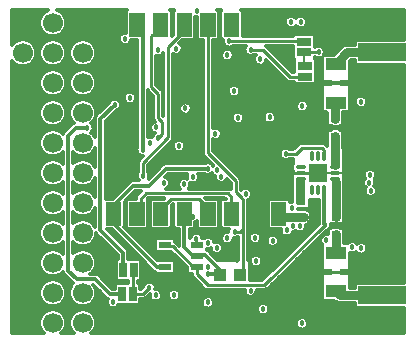
<source format=gbl>
G04 DipTrace Beta 2.3.5.2*
%INBankWank.GBL*%
%MOIN*%
%ADD13C,0.01*%
%ADD14C,0.012*%
%ADD15C,0.008*%
%ADD16C,0.025*%
%ADD17C,0.0118*%
%ADD18C,0.029*%
%ADD19C,0.013*%
%ADD20C,0.006*%
%ADD21C,0.0197*%
%ADD27R,0.05X0.025*%
%ADD28R,0.0669X0.0669*%
%ADD29C,0.0669*%
%ADD32R,0.0433X0.0394*%
%ADD33R,0.0315X0.0197*%
%ADD37R,0.025X0.05*%
%ADD41R,0.16X0.06*%
%ADD43O,0.0118X0.0335*%
%ADD44O,0.0335X0.0118*%
%ADD45R,0.063X0.063*%
%ADD47R,0.0433X0.0236*%
%ADD48R,0.071X0.041*%
%ADD49R,0.049X0.024*%
%ADD58C,0.018*%
%FSLAX44Y44*%
G04*
G70*
G90*
G75*
G01*
%LNBottom*%
%LPD*%
X3838Y4320D2*
D14*
X3800D1*
Y4040D1*
X5290Y2550D1*
X5550D1*
X3838Y4320D2*
Y4598D1*
X4500Y5260D1*
X5020D1*
X5590Y5830D1*
X6990D1*
X9580Y6320D2*
D13*
X9920D1*
X10130Y6530D1*
X10780D1*
X10860Y6450D1*
Y6256D1*
X10854Y6250D1*
X4494Y1650D2*
Y2444D1*
X4510Y2460D1*
X4494Y1650D2*
X4830D1*
X5040Y1860D1*
X7700Y10590D2*
Y10694D1*
X7775Y10619D1*
X6988D2*
Y6362D1*
X7400Y5950D1*
X7390D1*
X7910Y5430D1*
Y5040D1*
X8077Y4873D1*
X8087D1*
X8170Y4790D1*
Y3851D1*
Y2295D1*
X8045D1*
X7875Y3725D2*
X8044D1*
X8170Y3851D1*
X9350Y10619D2*
X8563D1*
X10657Y5679D2*
X10640D1*
X10086D1*
X10880Y2390D2*
X11620D1*
X812Y8687D2*
D14*
Y8842D1*
X1320Y9350D1*
Y10180D1*
X812Y10687D1*
X2812D2*
Y10432D1*
X2560Y10180D1*
X1320D1*
X2812Y10687D2*
X3770D1*
X3838Y10619D1*
X10880Y8672D2*
X11620D1*
X12800Y8700D2*
X11648D1*
X11620Y8672D1*
X12800Y10700D2*
X10890D1*
X10520Y10330D1*
X9639D1*
X9350Y10619D1*
X11790Y6570D2*
X12865D1*
X12983Y6688D1*
Y4542D2*
X11908D1*
X11790Y4661D1*
X8563Y4320D2*
D13*
Y4553D1*
X9689Y5679D1*
X10086D1*
X10640Y5650D2*
Y5679D1*
X812Y1687D2*
D14*
Y1578D1*
X1240Y1150D1*
X4190D1*
X4850Y490D1*
X5390D1*
X5430Y530D1*
X10690Y9370D2*
Y8862D1*
X10880Y8672D1*
X11030Y9670D2*
D15*
X10900D1*
X10710Y9480D1*
Y9390D1*
X10690Y9370D1*
X11620Y2390D2*
X11938D1*
Y2410D1*
X12610D1*
X12800Y2600D1*
Y600D2*
X11410D1*
X11190Y380D1*
X11228Y5679D2*
X10657D1*
X11228D2*
X11499D1*
X11670Y5850D1*
Y6450D1*
X11790Y6570D1*
X11938Y2375D2*
Y2390D1*
X5550Y3298D2*
D13*
X5608Y3240D1*
X5810D1*
X6500Y2550D1*
X6613D1*
X10880Y3960D2*
D14*
X10854Y3986D1*
Y5108D1*
X6613Y2550D2*
D13*
Y2325D1*
X6988Y1950D1*
X8870D1*
X10880Y3960D1*
X4626Y10619D2*
D14*
X4810Y10435D1*
Y6450D1*
X5413Y10619D2*
D13*
Y10563D1*
X5100Y10250D1*
Y8550D1*
X5330Y8320D1*
Y7520D1*
X5460Y7390D1*
Y6970D1*
X5338Y6847D1*
X6613Y2924D2*
D14*
X6476D1*
X6200Y3200D1*
Y4320D1*
X6613Y2924D2*
X6763D1*
X6750Y2938D1*
X6902D1*
X7375Y2465D1*
Y2295D1*
X6200Y4320D2*
X6380D1*
X6480Y4220D1*
X6980Y2300D2*
X7380D1*
X7375Y2295D1*
X11250Y9313D2*
D18*
X11637Y9700D1*
X12800D1*
X4140Y1650D2*
D14*
X3730D1*
X3240Y2140D1*
X2610D1*
X2320Y2430D1*
Y6930D1*
X2580Y7190D1*
X2970D1*
X4156Y2460D2*
D19*
Y3024D1*
X3400Y3780D1*
Y7480D1*
X3880Y7960D1*
X10213Y8883D2*
D13*
X9727D1*
X8820Y9790D1*
X8410D1*
X10200Y9706D2*
D20*
Y9250D1*
X10213Y9237D1*
X10200Y9706D2*
D13*
X10676D1*
X5413Y4320D2*
X5570Y4477D1*
Y4632D1*
X5758Y4820D1*
X6680D1*
X6988Y4512D1*
Y4320D1*
X4626D2*
X4750Y4196D1*
Y4830D1*
X4920Y5000D1*
X7650D1*
X7770Y4880D1*
Y4320D1*
X7775D1*
X11228Y5482D2*
D17*
Y5412D1*
X11250Y5390D1*
D18*
Y4230D1*
D21*
Y4190D1*
Y1750D2*
D18*
X11400Y1600D1*
X12800D1*
X11250Y3639D2*
Y3030D1*
X11230Y7471D2*
X11220Y7535D1*
Y8033D1*
X11250D1*
X11230Y6920D2*
X11228Y5950D1*
D17*
Y5876D1*
X9350Y4320D2*
D16*
X9450Y4220D1*
D18*
X10180D1*
D21*
Y4160D1*
X10080D1*
X6600Y3480D2*
D13*
Y3311D1*
X6613Y3298D1*
X7690Y10070D2*
X10210D1*
X10200Y10060D1*
X6200Y10619D2*
X6399D1*
X5670Y9890D1*
Y6870D1*
X4830Y6030D1*
Y5590D1*
D58*
X6990Y5830D3*
X9580Y6320D3*
X4230Y10150D3*
X6240Y7835D3*
X5940Y9830D3*
X6030Y6580D3*
X11795Y3205D3*
X6990Y3360D3*
X5040Y1860D3*
X6982Y2550D3*
X7640Y3510D3*
X7700Y10590D3*
X7875Y3725D3*
X10938Y3438D3*
X8410Y1760D3*
X8730Y9470D3*
X12090Y8050D3*
X10880Y3960D3*
D3*
X4810Y6450D3*
X5338Y6847D3*
X6480Y4220D3*
Y5550D3*
D3*
X6980Y1370D3*
Y2300D3*
X8250Y4985D3*
X10140Y7910D3*
X4390Y8180D3*
X2970Y7190D3*
X3880Y7960D3*
X8410Y9790D3*
X12395Y5615D3*
X10050Y3915D3*
X9150Y3430D3*
X12415Y5093D3*
X10676Y9706D3*
X6610Y11090D3*
X7300Y5770D3*
X5250Y1610D3*
X7440Y5560D3*
X5860Y1610D3*
X5520Y5350D3*
X3830Y1380D3*
X9760Y10720D3*
X7240Y6985D3*
X10080Y10720D3*
X7990Y7520D3*
X12370Y5365D3*
X9813Y3925D3*
X9616Y3774D3*
X8830Y1140D3*
X8590Y2740D3*
X9790Y4510D3*
X10120Y670D3*
X6600Y3480D3*
X8560Y3520D3*
X7640Y9610D3*
X5325Y9785D3*
X7690Y10070D3*
X4830Y5590D3*
X5270Y7200D3*
X6200Y5310D3*
X5062Y6688D3*
X12090Y3170D3*
X7280Y3188D3*
X9050Y7540D3*
X7860Y8410D3*
X10640Y5650D3*
X9520Y5680D3*
X5430Y530D3*
X5720D3*
X1320Y8240D3*
X1310Y7190D3*
Y6200D3*
Y5180D3*
Y4180D3*
Y3190D3*
Y2150D3*
Y390D3*
X12150Y7410D3*
X12820D3*
X13385Y7405D3*
X12020Y3800D3*
X12740Y3780D3*
X13490Y3810D3*
X3870Y11020D3*
X3820Y440D3*
X9260Y410D3*
X9620Y400D3*
X9390Y990D3*
X11190Y380D3*
X5840Y3640D3*
X10690Y9370D3*
X11030Y9670D3*
X3820Y5720D3*
X8960Y7960D3*
X8490Y7130D3*
X6460Y6830D3*
X4600Y9830D3*
X11960Y10890D3*
X11940Y10540D3*
X13090Y8060D3*
X13460Y8040D3*
X9830Y2630D3*
X10420Y2150D3*
X9410Y2210D3*
X7380Y4810D3*
X6730Y3780D3*
X8190Y10880D3*
X8330Y9460D3*
X2310Y7210D3*
X4305Y8890D3*
X3790Y3700D3*
X13500Y2062D3*
X13188D3*
X12875D3*
X12563D3*
X12250D3*
X13500Y1063D3*
X13188D3*
X12875D3*
X12563D3*
X12250D3*
X13437Y10188D3*
X13125D3*
X12812D3*
X12500D3*
X12187D3*
X13437Y9188D3*
X13125D3*
X12812D3*
X12500D3*
X12187D3*
X11938Y2375D3*
X11320Y3940D3*
X10670Y6800D3*
X10285Y6790D3*
X8950Y4010D3*
X3810Y1900D3*
X2540Y6200D3*
X2550Y5200D3*
X2560Y4180D3*
X2550Y3190D3*
X2320Y1320D3*
X8070Y6190D3*
X510Y8220D3*
X500Y7170D3*
X520Y6180D3*
Y5170D3*
X490Y4170D3*
X510Y3180D3*
X500Y2200D3*
X540Y1170D3*
X490Y9230D3*
X2280Y9400D3*
X4280Y7880D3*
Y7480D3*
X6370Y8460D3*
X9780Y9390D3*
X9210Y10990D3*
X10650Y10770D3*
X6550Y1890D3*
X7960Y2770D3*
X5850Y5210D3*
X10440Y1210D3*
X6220Y7490D3*
X7270Y8950D3*
X8810Y4300D3*
X462Y10991D2*
D14*
X1470D1*
X2156D2*
X4243D1*
X8158D2*
X13519D1*
X462Y10873D2*
X1391D1*
X2235D2*
X4243D1*
X8158D2*
X9611D1*
X10228D2*
X13519D1*
X462Y10754D2*
X1356D1*
X2269D2*
X4243D1*
X8158D2*
X9546D1*
X10294D2*
X13519D1*
X462Y10635D2*
X1354D1*
X2270D2*
X4243D1*
X8158D2*
X9561D1*
X10279D2*
X13519D1*
X462Y10517D2*
X1386D1*
X2240D2*
X4243D1*
X8158D2*
X9726D1*
X9794D2*
X13519D1*
X462Y10398D2*
X1457D1*
X2167D2*
X4243D1*
X8158D2*
X13519D1*
X462Y10279D2*
X1613D1*
X2012D2*
X4060D1*
X8158D2*
X9823D1*
X10577D2*
X13519D1*
X462Y10160D2*
X4013D1*
X6562D2*
X6625D1*
X7350D2*
X7412D1*
X10577D2*
X13519D1*
X462Y10042D2*
X523D1*
X1100D2*
X1525D1*
X2102D2*
X2524D1*
X3101D2*
X4045D1*
X4415D2*
X4624D1*
X6067D2*
X6812D1*
X7164D2*
X7476D1*
X10577D2*
X11873D1*
X1207Y9923D2*
X1418D1*
X2207D2*
X2417D1*
X3208D2*
X4624D1*
X6135D2*
X6812D1*
X7164D2*
X7536D1*
X10577D2*
X11492D1*
X1258Y9804D2*
X1367D1*
X2259D2*
X2366D1*
X3259D2*
X4624D1*
X6155D2*
X6812D1*
X7164D2*
X7564D1*
X7715D2*
X8194D1*
X9050D2*
X9823D1*
X10867D2*
X11363D1*
X1273Y9686D2*
X1352D1*
X2274D2*
X2350D1*
X3274D2*
X4624D1*
X6097D2*
X6812D1*
X7164D2*
X7438D1*
X7843D2*
X8222D1*
X9169D2*
X9823D1*
X10892D2*
X11245D1*
X1258Y9567D2*
X1367D1*
X2257D2*
X2368D1*
X3257D2*
X4624D1*
X5276D2*
X5494D1*
X5846D2*
X6812D1*
X7164D2*
X7427D1*
X7852D2*
X8537D1*
X9289D2*
X9823D1*
X1205Y9448D2*
X1420D1*
X2205D2*
X2421D1*
X3204D2*
X4624D1*
X5276D2*
X5494D1*
X5846D2*
X6812D1*
X7164D2*
X7502D1*
X7777D2*
X8515D1*
X9407D2*
X9836D1*
X10590D2*
X10768D1*
X462Y9330D2*
X529D1*
X1097D2*
X1528D1*
X2096D2*
X2530D1*
X3095D2*
X4624D1*
X5276D2*
X5494D1*
X5846D2*
X6812D1*
X7164D2*
X8569D1*
X8891D2*
X9036D1*
X9525D2*
X9836D1*
X10590D2*
X10768D1*
X11732D2*
X11873D1*
X462Y9211D2*
X4624D1*
X5276D2*
X5494D1*
X5846D2*
X6812D1*
X7164D2*
X9154D1*
X9645D2*
X9836D1*
X10590D2*
X10768D1*
X11732D2*
X13519D1*
X462Y9092D2*
X1605D1*
X2019D2*
X2606D1*
X3019D2*
X4624D1*
X5276D2*
X5494D1*
X5846D2*
X6812D1*
X7164D2*
X9272D1*
X9763D2*
X9838D1*
X10590D2*
X10768D1*
X11732D2*
X13519D1*
X462Y8974D2*
X1453D1*
X2171D2*
X2455D1*
X3170D2*
X4624D1*
X5276D2*
X5494D1*
X5846D2*
X6812D1*
X7164D2*
X9392D1*
X10590D2*
X10774D1*
X11726D2*
X13519D1*
X462Y8855D2*
X1384D1*
X2242D2*
X2383D1*
X3242D2*
X4624D1*
X5276D2*
X5494D1*
X5846D2*
X6812D1*
X7164D2*
X9510D1*
X10590D2*
X10774D1*
X11726D2*
X13519D1*
X462Y8736D2*
X1354D1*
X2270D2*
X2353D1*
X3272D2*
X4624D1*
X5276D2*
X5494D1*
X5846D2*
X6812D1*
X7164D2*
X9640D1*
X10590D2*
X10774D1*
X11726D2*
X13519D1*
X462Y8618D2*
X1356D1*
X2269D2*
X2356D1*
X3268D2*
X4624D1*
X5278D2*
X5494D1*
X5846D2*
X6812D1*
X7164D2*
X10774D1*
X11726D2*
X13519D1*
X462Y8499D2*
X1393D1*
X2233D2*
X2393D1*
X3232D2*
X4624D1*
X5396D2*
X5494D1*
X5846D2*
X6812D1*
X7164D2*
X7663D1*
X8057D2*
X10774D1*
X11726D2*
X13519D1*
X462Y8380D2*
X1472D1*
X2152D2*
X2473D1*
X3152D2*
X4335D1*
X4445D2*
X4624D1*
X5846D2*
X6812D1*
X7164D2*
X7646D1*
X8074D2*
X10774D1*
X11726D2*
X13519D1*
X462Y8261D2*
X1658D1*
X1967D2*
X2657D1*
X2968D2*
X4191D1*
X4997D2*
X5143D1*
X5846D2*
X6812D1*
X7164D2*
X7706D1*
X8014D2*
X10768D1*
X11732D2*
X13519D1*
X462Y8143D2*
X3776D1*
X3984D2*
X4176D1*
X4997D2*
X5153D1*
X5846D2*
X6812D1*
X7164D2*
X10768D1*
X11732D2*
X11895D1*
X12285D2*
X13519D1*
X462Y8024D2*
X1502D1*
X2122D2*
X2503D1*
X3122D2*
X3673D1*
X4085D2*
X4245D1*
X4535D2*
X4624D1*
X4997D2*
X5153D1*
X5846D2*
X6150D1*
X6330D2*
X6812D1*
X7164D2*
X9958D1*
X10322D2*
X10768D1*
X11732D2*
X11875D1*
X12305D2*
X13519D1*
X462Y7905D2*
X1408D1*
X2218D2*
X2408D1*
X3217D2*
X3559D1*
X4089D2*
X4624D1*
X4997D2*
X5153D1*
X5846D2*
X6036D1*
X6444D2*
X6812D1*
X7164D2*
X9923D1*
X10357D2*
X10768D1*
X11732D2*
X11933D1*
X12247D2*
X13519D1*
X462Y7787D2*
X1361D1*
X2263D2*
X2363D1*
X3262D2*
X3441D1*
X4001D2*
X4624D1*
X4997D2*
X5153D1*
X5846D2*
X6028D1*
X6452D2*
X6812D1*
X7164D2*
X9964D1*
X10316D2*
X10768D1*
X11732D2*
X13519D1*
X462Y7668D2*
X1352D1*
X2274D2*
X2353D1*
X3274D2*
X3323D1*
X3855D2*
X4624D1*
X4997D2*
X5153D1*
X5846D2*
X6109D1*
X6371D2*
X6812D1*
X7164D2*
X7836D1*
X8143D2*
X8878D1*
X9221D2*
X10946D1*
X11514D2*
X13519D1*
X462Y7549D2*
X1373D1*
X2252D2*
X2372D1*
X3735D2*
X4624D1*
X4997D2*
X5153D1*
X5846D2*
X6812D1*
X7164D2*
X7776D1*
X8205D2*
X8833D1*
X9266D2*
X10946D1*
X11514D2*
X13519D1*
X462Y7431D2*
X1433D1*
X2194D2*
X2432D1*
X3617D2*
X4624D1*
X4997D2*
X5179D1*
X5846D2*
X6812D1*
X7164D2*
X7795D1*
X8186D2*
X8865D1*
X9234D2*
X10946D1*
X11514D2*
X13519D1*
X462Y7312D2*
X1555D1*
X2072D2*
X2443D1*
X3146D2*
X3208D1*
X3592D2*
X4624D1*
X4997D2*
X5087D1*
X5846D2*
X6812D1*
X7164D2*
X10946D1*
X11514D2*
X13519D1*
X462Y7193D2*
X2325D1*
X3592D2*
X4624D1*
X4997D2*
X5054D1*
X5846D2*
X6812D1*
X7164D2*
X13519D1*
X462Y7075D2*
X1573D1*
X2053D2*
X2205D1*
X3152D2*
X3208D1*
X3592D2*
X4624D1*
X4997D2*
X5096D1*
X5846D2*
X6812D1*
X7436D2*
X10946D1*
X11514D2*
X13519D1*
X462Y6956D2*
X1440D1*
X3592D2*
X4624D1*
X4997D2*
X5153D1*
X5846D2*
X6812D1*
X7455D2*
X10946D1*
X11514D2*
X13519D1*
X462Y6837D2*
X1376D1*
X3592D2*
X4624D1*
X5844D2*
X6812D1*
X7393D2*
X10946D1*
X11514D2*
X13519D1*
X462Y6719D2*
X1352D1*
X3592D2*
X4624D1*
X5764D2*
X5867D1*
X6193D2*
X6812D1*
X7164D2*
X10946D1*
X11514D2*
X13519D1*
X462Y6600D2*
X1360D1*
X3592D2*
X4624D1*
X5645D2*
X5815D1*
X6245D2*
X6812D1*
X7164D2*
X9955D1*
X11501D2*
X13519D1*
X462Y6481D2*
X1401D1*
X3592D2*
X4596D1*
X5525D2*
X5839D1*
X6221D2*
X6812D1*
X7164D2*
X9443D1*
X11531D2*
X13519D1*
X462Y6362D2*
X1491D1*
X3135D2*
X3208D1*
X3592D2*
X4613D1*
X5407D2*
X6812D1*
X7232D2*
X9368D1*
X11531D2*
X13519D1*
X462Y6244D2*
X1729D1*
X1895D2*
X2134D1*
X2507D2*
X2730D1*
X2895D2*
X3208D1*
X3592D2*
X4798D1*
X5289D2*
X6861D1*
X7352D2*
X9379D1*
X11531D2*
X13519D1*
X462Y6125D2*
X1699D1*
X1925D2*
X2134D1*
X2507D2*
X2698D1*
X2927D2*
X3208D1*
X3592D2*
X4684D1*
X5169D2*
X6981D1*
X7470D2*
X9505D1*
X9654D2*
X9799D1*
X11531D2*
X13519D1*
X462Y6006D2*
X1483D1*
X3140D2*
X3208D1*
X3592D2*
X4654D1*
X5051D2*
X6874D1*
X7579D2*
X9799D1*
X11531D2*
X13519D1*
X462Y5888D2*
X1399D1*
X3592D2*
X4654D1*
X5006D2*
X5389D1*
X7697D2*
X9761D1*
X11531D2*
X13519D1*
X462Y5769D2*
X1360D1*
X3592D2*
X4654D1*
X5006D2*
X5271D1*
X7817D2*
X9791D1*
X11531D2*
X12248D1*
X12542D2*
X13519D1*
X462Y5650D2*
X1352D1*
X3592D2*
X4622D1*
X5038D2*
X5151D1*
X5670D2*
X6289D1*
X6671D2*
X6880D1*
X7935D2*
X9784D1*
X11531D2*
X12182D1*
X12609D2*
X13519D1*
X462Y5532D2*
X1378D1*
X3592D2*
X4622D1*
X5627D2*
X6265D1*
X6695D2*
X7225D1*
X8051D2*
X9784D1*
X11531D2*
X12197D1*
X12594D2*
X13519D1*
X462Y5413D2*
X1444D1*
X3592D2*
X4405D1*
X5726D2*
X6011D1*
X6645D2*
X7286D1*
X7594D2*
X7682D1*
X8087D2*
X9784D1*
X11531D2*
X12160D1*
X12581D2*
X13519D1*
X462Y5294D2*
X1583D1*
X2042D2*
X2134D1*
X2507D2*
X2582D1*
X3041D2*
X3208D1*
X3592D2*
X4275D1*
X5730D2*
X5983D1*
X6416D2*
X7733D1*
X8087D2*
X9784D1*
X11531D2*
X12165D1*
X12574D2*
X13519D1*
X462Y5176D2*
X2134D1*
X2507D2*
X3208D1*
X3592D2*
X4157D1*
X5640D2*
X6034D1*
X6365D2*
X7733D1*
X8087D2*
X8165D1*
X8336D2*
X9784D1*
X11531D2*
X12216D1*
X12615D2*
X13519D1*
X462Y5057D2*
X1545D1*
X2081D2*
X2134D1*
X2507D2*
X2546D1*
X3080D2*
X3208D1*
X3592D2*
X4037D1*
X4556D2*
X4733D1*
X8454D2*
X9784D1*
X11531D2*
X12201D1*
X12628D2*
X13519D1*
X462Y4938D2*
X1427D1*
X3592D2*
X3919D1*
X4438D2*
X4615D1*
X8462D2*
X9784D1*
X11531D2*
X12270D1*
X12560D2*
X13519D1*
X462Y4820D2*
X1371D1*
X4984D2*
X5100D1*
X7299D2*
X7463D1*
X8383D2*
X9038D1*
X9662D2*
X9784D1*
X11531D2*
X13519D1*
X462Y4701D2*
X1352D1*
X8347D2*
X8968D1*
X10397D2*
X10667D1*
X11522D2*
X13519D1*
X462Y4582D2*
X1363D1*
X8347D2*
X8968D1*
X10397D2*
X10667D1*
X11522D2*
X13519D1*
X462Y4463D2*
X1410D1*
X8347D2*
X8968D1*
X10282D2*
X10667D1*
X11522D2*
X13519D1*
X462Y4345D2*
X1510D1*
X3114D2*
X3208D1*
X8347D2*
X8968D1*
X10419D2*
X10667D1*
X11535D2*
X13519D1*
X462Y4226D2*
X2134D1*
X2507D2*
X3208D1*
X8347D2*
X8968D1*
X10451D2*
X10667D1*
X11535D2*
X13519D1*
X462Y4107D2*
X1641D1*
X1984D2*
X2134D1*
X2507D2*
X2640D1*
X2985D2*
X3208D1*
X8347D2*
X8968D1*
X10427D2*
X10667D1*
X11535D2*
X13519D1*
X462Y3989D2*
X1466D1*
X3157D2*
X3208D1*
X8347D2*
X8968D1*
X10365D2*
X10663D1*
X11535D2*
X13519D1*
X462Y3870D2*
X1390D1*
X4993D2*
X5045D1*
X5780D2*
X5832D1*
X6568D2*
X6621D1*
X7355D2*
X7406D1*
X8347D2*
X8981D1*
X10262D2*
X10545D1*
X11075D2*
X11119D1*
X11381D2*
X13519D1*
X462Y3751D2*
X1356D1*
X3695D2*
X3829D1*
X4348D2*
X6013D1*
X6388D2*
X7660D1*
X8347D2*
X9400D1*
X10185D2*
X10427D1*
X10916D2*
X10967D1*
X11535D2*
X13519D1*
X462Y3633D2*
X1354D1*
X3814D2*
X3949D1*
X4466D2*
X6013D1*
X6388D2*
X6452D1*
X6748D2*
X7465D1*
X8743D2*
X9109D1*
X9190D2*
X9456D1*
X9776D2*
X10307D1*
X10798D2*
X10863D1*
X11535D2*
X13519D1*
X462Y3514D2*
X1386D1*
X3240D2*
X3400D1*
X3932D2*
X4067D1*
X4584D2*
X5207D1*
X5893D2*
X6013D1*
X7136D2*
X7423D1*
X7856D2*
X7993D1*
X8777D2*
X8951D1*
X9349D2*
X10189D1*
X10678D2*
X10737D1*
X11535D2*
X13519D1*
X462Y3395D2*
X1459D1*
X3167D2*
X3518D1*
X4052D2*
X4185D1*
X4704D2*
X5207D1*
X5893D2*
X6013D1*
X7204D2*
X7459D1*
X7822D2*
X7993D1*
X8347D2*
X8387D1*
X8734D2*
X8936D1*
X9364D2*
X10071D1*
X10560D2*
X10725D1*
X11522D2*
X11708D1*
X11882D2*
X13519D1*
X462Y3277D2*
X1618D1*
X2006D2*
X2134D1*
X2507D2*
X2620D1*
X3005D2*
X3638D1*
X4170D2*
X4305D1*
X4822D2*
X5207D1*
X7475D2*
X7993D1*
X8347D2*
X9002D1*
X9298D2*
X9951D1*
X10442D2*
X10768D1*
X12277D2*
X13519D1*
X462Y3158D2*
X2134D1*
X2507D2*
X3756D1*
X4288D2*
X4423D1*
X4940D2*
X5207D1*
X7494D2*
X7993D1*
X8347D2*
X9833D1*
X10324D2*
X10768D1*
X12305D2*
X13519D1*
X462Y3039D2*
X1521D1*
X3105D2*
X3874D1*
X4346D2*
X4541D1*
X5060D2*
X5766D1*
X7059D2*
X7127D1*
X7432D2*
X7993D1*
X8347D2*
X9715D1*
X10204D2*
X10768D1*
X12259D2*
X13519D1*
X462Y2921D2*
X1416D1*
X3208D2*
X3964D1*
X4348D2*
X4660D1*
X5179D2*
X5884D1*
X7179D2*
X7993D1*
X8347D2*
X8481D1*
X8698D2*
X9596D1*
X10085D2*
X10768D1*
X11732D2*
X13519D1*
X462Y2802D2*
X1365D1*
X3259D2*
X3904D1*
X5297D2*
X6004D1*
X7297D2*
X7993D1*
X8347D2*
X8384D1*
X8797D2*
X9476D1*
X9967D2*
X10768D1*
X11732D2*
X13519D1*
X462Y2683D2*
X1352D1*
X3274D2*
X3904D1*
X4762D2*
X4898D1*
X5893D2*
X6122D1*
X8799D2*
X9358D1*
X9847D2*
X10774D1*
X11726D2*
X13519D1*
X462Y2564D2*
X1369D1*
X3257D2*
X3904D1*
X4762D2*
X5016D1*
X5893D2*
X6240D1*
X8411D2*
X8474D1*
X8707D2*
X9240D1*
X9729D2*
X10774D1*
X11726D2*
X13519D1*
X462Y2446D2*
X1421D1*
X3204D2*
X3904D1*
X4762D2*
X5136D1*
X5893D2*
X6270D1*
X8411D2*
X9120D1*
X9611D2*
X10774D1*
X11726D2*
X13519D1*
X462Y2327D2*
X1532D1*
X2092D2*
X2166D1*
X3094D2*
X3904D1*
X4762D2*
X5207D1*
X5893D2*
X6270D1*
X8411D2*
X9002D1*
X9491D2*
X10774D1*
X11726D2*
X13519D1*
X462Y2208D2*
X2282D1*
X3431D2*
X3904D1*
X4762D2*
X6484D1*
X8411D2*
X8884D1*
X9373D2*
X10774D1*
X11726D2*
X13519D1*
X462Y2090D2*
X1600D1*
X2025D2*
X2402D1*
X3549D2*
X4318D1*
X4670D2*
X6602D1*
X9255D2*
X10774D1*
X11726D2*
X13519D1*
X462Y1971D2*
X1451D1*
X2173D2*
X2453D1*
X3667D2*
X3889D1*
X4745D2*
X4856D1*
X5224D2*
X6722D1*
X9137D2*
X10768D1*
X11732D2*
X11873D1*
X462Y1852D2*
X1382D1*
X2242D2*
X2383D1*
X3787D2*
X3889D1*
X4745D2*
X4786D1*
X5257D2*
X6840D1*
X9017D2*
X10768D1*
X462Y1734D2*
X1354D1*
X2272D2*
X2353D1*
X3272D2*
X3386D1*
X5424D2*
X5685D1*
X6035D2*
X8196D1*
X8625D2*
X10768D1*
X462Y1615D2*
X1358D1*
X2269D2*
X2356D1*
X3268D2*
X3506D1*
X5467D2*
X5644D1*
X6077D2*
X8254D1*
X8567D2*
X10768D1*
X462Y1496D2*
X1393D1*
X2231D2*
X2395D1*
X3230D2*
X3636D1*
X4901D2*
X5068D1*
X5432D2*
X5678D1*
X6043D2*
X6806D1*
X7153D2*
X10768D1*
X462Y1378D2*
X1476D1*
X2150D2*
X2475D1*
X3150D2*
X3613D1*
X4745D2*
X6763D1*
X7196D2*
X11254D1*
X462Y1259D2*
X1665D1*
X1959D2*
X2666D1*
X2959D2*
X3653D1*
X4007D2*
X6795D1*
X7164D2*
X8651D1*
X9009D2*
X11873D1*
X462Y1140D2*
X8614D1*
X9047D2*
X13519D1*
X462Y1022D2*
X1500D1*
X2124D2*
X2500D1*
X3125D2*
X8651D1*
X9009D2*
X13519D1*
X462Y903D2*
X1406D1*
X2218D2*
X2406D1*
X3219D2*
X13519D1*
X462Y784D2*
X1361D1*
X2263D2*
X2361D1*
X3264D2*
X9938D1*
X10301D2*
X13519D1*
X462Y665D2*
X1352D1*
X2274D2*
X2353D1*
X3274D2*
X9904D1*
X10337D2*
X13519D1*
X462Y547D2*
X1375D1*
X2252D2*
X2374D1*
X3251D2*
X9945D1*
X10295D2*
X13519D1*
X462Y428D2*
X1433D1*
X2192D2*
X2434D1*
X3191D2*
X13519D1*
X10577Y9123D2*
X10578Y8643D1*
X9848D1*
Y8720D1*
X9727Y8718D1*
X9668Y8729D1*
X9611Y8766D1*
X8933Y9444D1*
X8926Y9411D1*
X8901Y9357D1*
X8861Y9312D1*
X8810Y9281D1*
X8752Y9266D1*
X8692Y9269D1*
X8635Y9288D1*
X8587Y9323D1*
X8551Y9371D1*
X8530Y9427D1*
X8526Y9487D1*
X8539Y9545D1*
X8569Y9597D1*
X8600Y9626D1*
X8533Y9625D1*
X8490Y9601D1*
X8432Y9586D1*
X8372Y9589D1*
X8315Y9608D1*
X8267Y9643D1*
X8231Y9691D1*
X8210Y9747D1*
X8206Y9807D1*
X8219Y9865D1*
X8243Y9905D1*
X7812D1*
X7770Y9881D1*
X7712Y9866D1*
X7652Y9869D1*
X7595Y9888D1*
X7547Y9923D1*
X7511Y9971D1*
X7490Y10027D1*
X7486Y10087D1*
X7492Y10114D1*
X7462Y10126D1*
X7420Y10168D1*
X7404Y10226D1*
Y11013D1*
X7421Y11071D1*
X7410Y11110D1*
X7303D1*
X7343Y11071D1*
X7359Y11013D1*
Y10226D1*
X7343Y10168D1*
X7301Y10126D1*
X7244Y10111D1*
X7152D1*
X7153Y7171D1*
X7176Y7180D1*
X7235Y7190D1*
X7294Y7182D1*
X7349Y7158D1*
X7394Y7120D1*
X7427Y7069D1*
X7443Y7012D1*
X7445Y6985D1*
X7436Y6926D1*
X7411Y6872D1*
X7371Y6827D1*
X7320Y6796D1*
X7262Y6781D1*
X7202Y6784D1*
X7151Y6802D1*
X7153Y6599D1*
Y6429D1*
X7518Y6065D1*
X7549Y6024D1*
X8027Y5547D1*
X8060Y5497D1*
X8075Y5430D1*
Y5109D1*
X8089Y5111D1*
X8133Y5153D1*
X8186Y5179D1*
X8245Y5190D1*
X8304Y5182D1*
X8359Y5158D1*
X8404Y5119D1*
X8437Y5069D1*
X8453Y5012D1*
X8455Y4985D1*
X8446Y4926D1*
X8421Y4872D1*
X8381Y4827D1*
X8334Y4799D1*
X8335Y2784D1*
X8354Y2771D1*
X8386Y2757D1*
X8399Y2815D1*
X8429Y2867D1*
X8473Y2908D1*
X8526Y2935D1*
X8585Y2945D1*
X8644Y2937D1*
X8699Y2913D1*
X8744Y2875D1*
X8777Y2824D1*
X8793Y2767D1*
X8795Y2740D1*
X8786Y2681D1*
X8761Y2627D1*
X8721Y2582D1*
X8670Y2551D1*
X8612Y2536D1*
X8552Y2539D1*
X8495Y2558D1*
X8447Y2593D1*
X8411Y2641D1*
X8400Y2671D1*
Y2114D1*
X8801Y2115D1*
X10677Y3990D1*
X10679Y4466D1*
Y4791D1*
X10386Y4790D1*
X10385Y4515D1*
X10353D1*
X10352Y4498D1*
X9994D1*
X10050Y4480D1*
X10180D1*
X10239Y4473D1*
X10296Y4453D1*
X10346Y4420D1*
X10387Y4377D1*
X10418Y4325D1*
X10435Y4268D1*
X10440Y4208D1*
X10430Y4149D1*
X10407Y4094D1*
X10372Y4045D1*
X10351Y4027D1*
X10352Y3947D1*
X10253D1*
X10255Y3915D1*
X10246Y3856D1*
X10221Y3802D1*
X10181Y3757D1*
X10130Y3726D1*
X10072Y3711D1*
X10012Y3714D1*
X9955Y3733D1*
X9927Y3754D1*
X9892Y3736D1*
X9834Y3721D1*
X9814Y3722D1*
X9786Y3661D1*
X9746Y3617D1*
X9695Y3586D1*
X9637Y3571D1*
X9578Y3573D1*
X9521Y3593D1*
X9473Y3628D1*
X9436Y3675D1*
X9416Y3731D1*
X9412Y3791D1*
X9416Y3811D1*
X9094D1*
X9037Y3827D1*
X8995Y3869D1*
X8979Y3926D1*
Y4714D1*
X8995Y4771D1*
X9037Y4813D1*
X9094Y4829D1*
X9606D1*
X9663Y4813D1*
X9705Y4771D1*
X9721Y4714D1*
Y4704D1*
X9794Y4714D1*
X9795Y5665D1*
X9808D1*
X9810Y5759D1*
X9798Y5780D1*
X9778Y5836D1*
X9775Y5896D1*
X9789Y5954D1*
X9809Y5987D1*
X9810Y6157D1*
X9701Y6155D1*
X9660Y6131D1*
X9602Y6116D1*
X9542Y6119D1*
X9485Y6138D1*
X9437Y6173D1*
X9401Y6221D1*
X9380Y6277D1*
X9376Y6337D1*
X9389Y6395D1*
X9419Y6447D1*
X9463Y6488D1*
X9516Y6515D1*
X9575Y6525D1*
X9634Y6517D1*
X9689Y6493D1*
X9699Y6485D1*
X9811D1*
X9810Y6520D1*
X9888Y6521D1*
X10013Y6647D1*
X10063Y6680D1*
X10130Y6695D1*
X10780D1*
X10839Y6684D1*
X10897Y6647D1*
X10971Y6572D1*
X10970Y6706D1*
X10958Y6707D1*
Y7133D1*
X11083D1*
X11126Y7158D1*
X11183Y7175D1*
X11243Y7179D1*
X11302Y7170D1*
X11357Y7147D1*
X11377Y7132D1*
X11502Y7133D1*
Y6707D1*
X11489D1*
X11490Y6520D1*
X11520D1*
Y4790D1*
X11510D1*
Y4402D1*
X11522Y4403D1*
Y3977D1*
X11298Y3975D1*
X11238Y3970D1*
X11199Y3977D1*
X11085D1*
X11076Y3901D1*
X11053Y3852D1*
X11103D1*
X11145Y3876D1*
X11202Y3894D1*
X11262Y3898D1*
X11321Y3889D1*
X11376Y3866D1*
X11396Y3852D1*
X11522D1*
Y3426D1*
X11509D1*
X11510Y3348D1*
X11652Y3350D1*
X11678Y3373D1*
X11731Y3400D1*
X11790Y3410D1*
X11849Y3402D1*
X11904Y3378D1*
X11949Y3340D1*
X11958Y3325D1*
X11973Y3338D1*
X12026Y3365D1*
X12085Y3375D1*
X12144Y3367D1*
X12199Y3343D1*
X12244Y3305D1*
X12277Y3254D1*
X12293Y3197D1*
X12295Y3170D1*
X12286Y3111D1*
X12261Y3057D1*
X12221Y3012D1*
X12170Y2981D1*
X12112Y2966D1*
X12052Y2969D1*
X11995Y2988D1*
X11947Y3023D1*
X11926Y3047D1*
X11875Y3016D1*
X11817Y3001D1*
X11757Y3004D1*
X11720Y3017D1*
Y2710D1*
X11714D1*
X11715Y2068D1*
X11720Y2070D1*
Y1858D1*
X11886Y1860D1*
X11885Y2015D1*
X13530D1*
Y9284D1*
X11885Y9285D1*
Y9441D1*
X11744Y9440D1*
X11719Y9414D1*
X11720Y8993D1*
X11714D1*
X11715Y8351D1*
X11720Y8352D1*
Y7713D1*
X11478D1*
X11498Y7684D1*
X11502D1*
Y7258D1*
X11377D1*
X11328Y7231D1*
X11287Y7218D1*
X11244Y7212D1*
X11201Y7213D1*
X11158Y7221D1*
X11118Y7237D1*
X11082Y7258D1*
X10958D1*
X10960Y7684D1*
X10940Y7713D1*
X10780D1*
Y8352D1*
X10786D1*
X10785Y8994D1*
X10780Y8993D1*
Y9531D1*
X10755Y9517D1*
X10697Y9502D1*
X10638Y9504D1*
X10581Y9524D1*
X10564Y9536D1*
X10565Y9475D1*
X10578Y9477D1*
X10576Y8997D1*
X9848Y9046D2*
X9850Y9123D1*
X9848Y9177D1*
Y9468D1*
X9835Y9466D1*
Y9905D1*
X8937D1*
X9794Y9049D1*
X9849Y9048D1*
X9848Y9117D1*
X2258Y9628D2*
X2246Y9569D1*
X2226Y9512D1*
X2199Y9459D1*
X2165Y9409D1*
X2125Y9365D1*
X2080Y9326D1*
X2029Y9294D1*
X1975Y9268D1*
X1918Y9250D1*
X1858Y9240D1*
X1798Y9238D1*
X1739Y9244D1*
X1680Y9258D1*
X1624Y9279D1*
X1572Y9308D1*
X1523Y9343D1*
X1480Y9385D1*
X1443Y9432D1*
X1412Y9483D1*
X1388Y9538D1*
X1372Y9596D1*
X1364Y9656D1*
Y9715D1*
X1372Y9775D1*
X1387Y9833D1*
X1410Y9888D1*
X1441Y9940D1*
X1478Y9987D1*
X1520Y10029D1*
X1568Y10065D1*
X1621Y10094D1*
X1677Y10116D1*
X1735Y10130D1*
X1795Y10137D1*
X1854Y10135D1*
X1914Y10125D1*
X1971Y10108D1*
X2026Y10083D1*
X2076Y10051D1*
X2122Y10013D1*
X2163Y9969D1*
X2197Y9920D1*
X2225Y9866D1*
X2245Y9810D1*
X2257Y9751D1*
X2262Y9687D1*
X2258Y9628D1*
Y8628D2*
X2246Y8569D1*
X2226Y8512D1*
X2199Y8459D1*
X2165Y8409D1*
X2125Y8365D1*
X2080Y8326D1*
X2029Y8294D1*
X1975Y8268D1*
X1918Y8250D1*
X1858Y8240D1*
X1798Y8238D1*
X1739Y8244D1*
X1680Y8258D1*
X1624Y8279D1*
X1572Y8308D1*
X1523Y8343D1*
X1480Y8385D1*
X1443Y8432D1*
X1412Y8483D1*
X1388Y8538D1*
X1372Y8596D1*
X1364Y8656D1*
Y8715D1*
X1372Y8775D1*
X1387Y8833D1*
X1410Y8888D1*
X1441Y8940D1*
X1478Y8987D1*
X1520Y9029D1*
X1568Y9065D1*
X1621Y9094D1*
X1677Y9116D1*
X1735Y9130D1*
X1795Y9137D1*
X1854Y9135D1*
X1914Y9125D1*
X1971Y9108D1*
X2026Y9083D1*
X2076Y9051D1*
X2122Y9013D1*
X2163Y8969D1*
X2197Y8920D1*
X2225Y8866D1*
X2245Y8810D1*
X2257Y8751D1*
X2262Y8687D1*
X2258Y8628D1*
Y7628D2*
X2246Y7569D1*
X2226Y7512D1*
X2199Y7459D1*
X2165Y7409D1*
X2125Y7365D1*
X2080Y7326D1*
X2029Y7294D1*
X1975Y7268D1*
X1918Y7250D1*
X1858Y7240D1*
X1798Y7238D1*
X1739Y7244D1*
X1680Y7258D1*
X1624Y7279D1*
X1572Y7308D1*
X1523Y7343D1*
X1480Y7385D1*
X1443Y7432D1*
X1412Y7483D1*
X1388Y7538D1*
X1372Y7596D1*
X1364Y7656D1*
Y7715D1*
X1372Y7775D1*
X1387Y7833D1*
X1410Y7888D1*
X1441Y7940D1*
X1478Y7987D1*
X1520Y8029D1*
X1568Y8065D1*
X1621Y8094D1*
X1677Y8116D1*
X1735Y8130D1*
X1795Y8137D1*
X1854Y8135D1*
X1914Y8125D1*
X1971Y8108D1*
X2026Y8083D1*
X2076Y8051D1*
X2122Y8013D1*
X2163Y7969D1*
X2197Y7920D1*
X2225Y7866D1*
X2245Y7810D1*
X2257Y7751D1*
X2262Y7687D1*
X2258Y7628D1*
Y1628D2*
X2246Y1569D1*
X2226Y1512D1*
X2199Y1459D1*
X2165Y1409D1*
X2125Y1365D1*
X2080Y1326D1*
X2029Y1294D1*
X1975Y1268D1*
X1918Y1250D1*
X1858Y1240D1*
X1798Y1238D1*
X1739Y1244D1*
X1680Y1258D1*
X1624Y1279D1*
X1572Y1308D1*
X1523Y1343D1*
X1480Y1385D1*
X1443Y1432D1*
X1412Y1483D1*
X1388Y1538D1*
X1372Y1596D1*
X1364Y1656D1*
Y1715D1*
X1372Y1775D1*
X1387Y1833D1*
X1410Y1888D1*
X1441Y1940D1*
X1478Y1987D1*
X1520Y2029D1*
X1568Y2065D1*
X1621Y2094D1*
X1677Y2116D1*
X1735Y2130D1*
X1795Y2137D1*
X1854Y2135D1*
X1914Y2125D1*
X1971Y2108D1*
X2026Y2083D1*
X2076Y2051D1*
X2122Y2013D1*
X2163Y1969D1*
X2197Y1920D1*
X2225Y1866D1*
X2245Y1810D1*
X2257Y1751D1*
X2262Y1687D1*
X2258Y1628D1*
X3258Y9628D2*
X3246Y9569D1*
X3226Y9512D1*
X3199Y9459D1*
X3165Y9409D1*
X3125Y9365D1*
X3080Y9326D1*
X3029Y9294D1*
X2975Y9268D1*
X2918Y9250D1*
X2858Y9240D1*
X2798Y9238D1*
X2739Y9244D1*
X2680Y9258D1*
X2624Y9279D1*
X2572Y9308D1*
X2523Y9343D1*
X2480Y9385D1*
X2443Y9432D1*
X2412Y9483D1*
X2388Y9538D1*
X2372Y9596D1*
X2364Y9656D1*
Y9715D1*
X2372Y9775D1*
X2387Y9833D1*
X2410Y9888D1*
X2441Y9940D1*
X2478Y9987D1*
X2520Y10029D1*
X2568Y10065D1*
X2621Y10094D1*
X2677Y10116D1*
X2735Y10130D1*
X2795Y10137D1*
X2854Y10135D1*
X2914Y10125D1*
X2971Y10108D1*
X3026Y10083D1*
X3076Y10051D1*
X3122Y10013D1*
X3163Y9969D1*
X3197Y9920D1*
X3225Y9866D1*
X3245Y9810D1*
X3257Y9751D1*
X3262Y9687D1*
X3258Y9628D1*
Y8628D2*
X3246Y8569D1*
X3226Y8512D1*
X3199Y8459D1*
X3165Y8409D1*
X3125Y8365D1*
X3080Y8326D1*
X3029Y8294D1*
X2975Y8268D1*
X2918Y8250D1*
X2858Y8240D1*
X2798Y8238D1*
X2739Y8244D1*
X2680Y8258D1*
X2624Y8279D1*
X2572Y8308D1*
X2523Y8343D1*
X2480Y8385D1*
X2443Y8432D1*
X2412Y8483D1*
X2388Y8538D1*
X2372Y8596D1*
X2364Y8656D1*
Y8715D1*
X2372Y8775D1*
X2387Y8833D1*
X2410Y8888D1*
X2441Y8940D1*
X2478Y8987D1*
X2520Y9029D1*
X2568Y9065D1*
X2621Y9094D1*
X2677Y9116D1*
X2735Y9130D1*
X2795Y9137D1*
X2854Y9135D1*
X2914Y9125D1*
X2971Y9108D1*
X3026Y9083D1*
X3076Y9051D1*
X3122Y9013D1*
X3163Y8969D1*
X3197Y8920D1*
X3225Y8866D1*
X3245Y8810D1*
X3257Y8751D1*
X3262Y8687D1*
X3258Y8628D1*
X3222Y7504D2*
X3199Y7459D1*
X3165Y7409D1*
X3104Y7347D1*
X3124Y7325D1*
X3157Y7274D1*
X3173Y7217D1*
X3175Y7190D1*
X3166Y7131D1*
X3141Y7077D1*
X3099Y7031D1*
X3122Y7013D1*
X3163Y6969D1*
X3197Y6920D1*
X3221Y6875D1*
Y7478D1*
X3220Y6501D2*
X3199Y6459D1*
X3165Y6409D1*
X3125Y6365D1*
X3080Y6326D1*
X3029Y6294D1*
X2975Y6268D1*
X2918Y6250D1*
X2858Y6240D1*
X2798Y6238D1*
X2739Y6244D1*
X2680Y6258D1*
X2624Y6279D1*
X2572Y6308D1*
X2523Y6343D1*
X2495Y6371D1*
Y6006D1*
X2568Y6065D1*
X2621Y6094D1*
X2677Y6116D1*
X2735Y6130D1*
X2795Y6137D1*
X2854Y6135D1*
X2914Y6125D1*
X2971Y6108D1*
X3026Y6083D1*
X3076Y6051D1*
X3122Y6013D1*
X3163Y5969D1*
X3197Y5920D1*
X3220Y5880D1*
Y6497D1*
Y5501D2*
X3199Y5459D1*
X3165Y5409D1*
X3125Y5365D1*
X3080Y5326D1*
X3029Y5294D1*
X2975Y5268D1*
X2918Y5250D1*
X2858Y5240D1*
X2798Y5238D1*
X2739Y5244D1*
X2680Y5258D1*
X2624Y5279D1*
X2572Y5308D1*
X2523Y5343D1*
X2495Y5371D1*
Y5004D1*
X2568Y5065D1*
X2621Y5094D1*
X2677Y5116D1*
X2735Y5130D1*
X2795Y5137D1*
X2854Y5135D1*
X2914Y5125D1*
X2971Y5108D1*
X3026Y5083D1*
X3076Y5051D1*
X3122Y5013D1*
X3163Y4969D1*
X3197Y4920D1*
X3221Y4875D1*
X3220Y5499D1*
Y4501D2*
X3199Y4459D1*
X3165Y4409D1*
X3125Y4365D1*
X3080Y4326D1*
X3029Y4294D1*
X2975Y4268D1*
X2918Y4250D1*
X2858Y4240D1*
X2798Y4238D1*
X2739Y4244D1*
X2680Y4258D1*
X2624Y4279D1*
X2572Y4308D1*
X2523Y4343D1*
X2495Y4371D1*
Y4007D1*
X2568Y4065D1*
X2621Y4094D1*
X2677Y4116D1*
X2735Y4130D1*
X2795Y4137D1*
X2854Y4135D1*
X2914Y4125D1*
X2971Y4108D1*
X3026Y4083D1*
X3076Y4051D1*
X3122Y4013D1*
X3163Y3969D1*
X3197Y3920D1*
X3221Y3875D1*
X3220Y4498D1*
X3261Y3667D2*
X3258Y3628D1*
X3246Y3569D1*
X3226Y3512D1*
X3199Y3459D1*
X3165Y3409D1*
X3125Y3365D1*
X3080Y3326D1*
X3029Y3294D1*
X2975Y3268D1*
X2918Y3250D1*
X2858Y3240D1*
X2798Y3238D1*
X2739Y3244D1*
X2680Y3258D1*
X2624Y3279D1*
X2572Y3308D1*
X2523Y3343D1*
X2495Y3371D1*
Y3006D1*
X2568Y3065D1*
X2621Y3094D1*
X2677Y3116D1*
X2735Y3130D1*
X2795Y3137D1*
X2854Y3135D1*
X2914Y3125D1*
X2971Y3108D1*
X3026Y3083D1*
X3076Y3051D1*
X3122Y3013D1*
X3163Y2969D1*
X3197Y2920D1*
X3225Y2866D1*
X3245Y2810D1*
X3257Y2751D1*
X3262Y2687D1*
X3258Y2628D1*
X3246Y2569D1*
X3226Y2512D1*
X3199Y2459D1*
X3165Y2409D1*
X3125Y2365D1*
X3062Y2315D1*
X3240D1*
X3299Y2305D1*
X3357Y2270D1*
X3802Y1825D1*
X3900D1*
Y2015D1*
X4331D1*
X4330Y2094D1*
X3916Y2095D1*
Y2825D1*
X3978D1*
X3976Y2949D1*
X3274Y3652D1*
X10564Y9945D2*
X10565Y9878D1*
X10612Y9900D1*
X10671Y9910D1*
X10730Y9903D1*
X10785Y9879D1*
X10830Y9840D1*
X10862Y9790D1*
X10879Y9732D1*
X10880Y9706D1*
X10872Y9647D1*
X10865Y9631D1*
X11202Y9632D1*
X11454Y9884D1*
X11501Y9921D1*
X11555Y9946D1*
X11601Y9957D1*
X11757Y9960D1*
X11887D1*
X11885Y10115D1*
X13530D1*
Y11110D1*
X8091D1*
X8130Y11071D1*
X8146Y11013D1*
Y10235D1*
X9837D1*
X9835Y10300D1*
X10565D1*
Y9880D1*
X5303Y2783D2*
X5881D1*
Y2317D1*
X5219D1*
Y2390D1*
X5166Y2426D1*
X3781Y3812D1*
X3623Y3811D1*
X4283Y3151D1*
X4317Y3103D1*
X4334Y3049D1*
X4336Y2825D1*
X4750D1*
Y2095D1*
X4658D1*
X4659Y2015D1*
X4734D1*
Y1815D1*
X4762D1*
X4837Y1890D1*
X4849Y1935D1*
X4879Y1987D1*
X4923Y2028D1*
X4976Y2055D1*
X5035Y2065D1*
X5094Y2057D1*
X5149Y2033D1*
X5194Y1995D1*
X5227Y1944D1*
X5243Y1887D1*
X5245Y1860D1*
X5238Y1814D1*
X5304Y1807D1*
X5359Y1783D1*
X5404Y1745D1*
X5437Y1694D1*
X5453Y1637D1*
X5455Y1610D1*
X5446Y1551D1*
X5421Y1497D1*
X5381Y1452D1*
X5330Y1421D1*
X5272Y1406D1*
X5212Y1409D1*
X5155Y1428D1*
X5107Y1463D1*
X5071Y1511D1*
X5050Y1567D1*
X5048Y1636D1*
X4947Y1533D1*
X4897Y1500D1*
X4830Y1485D1*
X4734D1*
Y1285D1*
X4255Y1287D1*
X4200Y1285D1*
X4010D1*
X4001Y1267D1*
X3961Y1222D1*
X3910Y1191D1*
X3852Y1176D1*
X3792Y1179D1*
X3735Y1198D1*
X3687Y1233D1*
X3651Y1281D1*
X3630Y1337D1*
X3626Y1397D1*
X3639Y1455D1*
X3659Y1489D1*
X3606Y1526D1*
X3166Y1964D1*
X3197Y1920D1*
X3225Y1866D1*
X3245Y1810D1*
X3257Y1751D1*
X3262Y1687D1*
X3258Y1628D1*
X3246Y1569D1*
X3226Y1512D1*
X3199Y1459D1*
X3165Y1409D1*
X3125Y1365D1*
X3080Y1326D1*
X3029Y1294D1*
X2975Y1268D1*
X2918Y1250D1*
X2858Y1240D1*
X2798Y1238D1*
X2739Y1244D1*
X2680Y1258D1*
X2624Y1279D1*
X2572Y1308D1*
X2523Y1343D1*
X2480Y1385D1*
X2443Y1432D1*
X2412Y1483D1*
X2388Y1538D1*
X2372Y1596D1*
X2364Y1656D1*
Y1715D1*
X2372Y1775D1*
X2387Y1833D1*
X2410Y1888D1*
X2441Y1940D1*
X2498Y2007D1*
X2232Y2271D1*
X2196Y2306D1*
X2158Y2364D1*
X2149Y2391D1*
X2080Y2326D1*
X2029Y2294D1*
X1975Y2268D1*
X1918Y2250D1*
X1858Y2240D1*
X1798Y2238D1*
X1739Y2244D1*
X1680Y2258D1*
X1624Y2279D1*
X1572Y2308D1*
X1523Y2343D1*
X1480Y2385D1*
X1443Y2432D1*
X1412Y2483D1*
X1388Y2538D1*
X1372Y2596D1*
X1364Y2656D1*
Y2715D1*
X1372Y2775D1*
X1387Y2833D1*
X1410Y2888D1*
X1441Y2940D1*
X1478Y2987D1*
X1520Y3029D1*
X1568Y3065D1*
X1621Y3094D1*
X1677Y3116D1*
X1735Y3130D1*
X1795Y3137D1*
X1854Y3135D1*
X1914Y3125D1*
X1971Y3108D1*
X2026Y3083D1*
X2076Y3051D1*
X2147Y2987D1*
X2145Y3384D1*
X2125Y3365D1*
X2080Y3326D1*
X2029Y3294D1*
X1975Y3268D1*
X1918Y3250D1*
X1858Y3240D1*
X1798Y3238D1*
X1739Y3244D1*
X1680Y3258D1*
X1624Y3279D1*
X1572Y3308D1*
X1523Y3343D1*
X1480Y3385D1*
X1443Y3432D1*
X1412Y3483D1*
X1388Y3538D1*
X1372Y3596D1*
X1364Y3656D1*
Y3715D1*
X1372Y3775D1*
X1387Y3833D1*
X1410Y3888D1*
X1441Y3940D1*
X1478Y3987D1*
X1520Y4029D1*
X1568Y4065D1*
X1621Y4094D1*
X1677Y4116D1*
X1735Y4130D1*
X1795Y4137D1*
X1854Y4135D1*
X1914Y4125D1*
X1971Y4108D1*
X2026Y4083D1*
X2076Y4051D1*
X2147Y3987D1*
X2145Y4290D1*
X2144Y4386D1*
X2080Y4326D1*
X2029Y4294D1*
X1975Y4268D1*
X1918Y4250D1*
X1858Y4240D1*
X1798Y4238D1*
X1739Y4244D1*
X1680Y4258D1*
X1624Y4279D1*
X1572Y4308D1*
X1523Y4343D1*
X1480Y4385D1*
X1443Y4432D1*
X1412Y4483D1*
X1388Y4538D1*
X1372Y4596D1*
X1364Y4656D1*
Y4715D1*
X1372Y4775D1*
X1387Y4833D1*
X1410Y4888D1*
X1441Y4940D1*
X1478Y4987D1*
X1520Y5029D1*
X1568Y5065D1*
X1621Y5094D1*
X1677Y5116D1*
X1735Y5130D1*
X1795Y5137D1*
X1854Y5135D1*
X1914Y5125D1*
X1971Y5108D1*
X2026Y5083D1*
X2076Y5051D1*
X2147Y4987D1*
X2145Y5387D1*
X2080Y5326D1*
X2029Y5294D1*
X1975Y5268D1*
X1918Y5250D1*
X1858Y5240D1*
X1798Y5238D1*
X1739Y5244D1*
X1680Y5258D1*
X1624Y5279D1*
X1572Y5308D1*
X1523Y5343D1*
X1480Y5385D1*
X1443Y5432D1*
X1412Y5483D1*
X1388Y5538D1*
X1372Y5596D1*
X1364Y5656D1*
Y5715D1*
X1372Y5775D1*
X1387Y5833D1*
X1410Y5888D1*
X1441Y5940D1*
X1478Y5987D1*
X1520Y6029D1*
X1568Y6065D1*
X1621Y6094D1*
X1677Y6116D1*
X1735Y6130D1*
X1795Y6137D1*
X1854Y6135D1*
X1914Y6125D1*
X1971Y6108D1*
X2026Y6083D1*
X2076Y6051D1*
X2147Y5987D1*
X2145Y6384D1*
X2125Y6365D1*
X2080Y6326D1*
X2029Y6294D1*
X1975Y6268D1*
X1918Y6250D1*
X1858Y6240D1*
X1798Y6238D1*
X1739Y6244D1*
X1680Y6258D1*
X1624Y6279D1*
X1572Y6308D1*
X1523Y6343D1*
X1480Y6385D1*
X1443Y6432D1*
X1412Y6483D1*
X1388Y6538D1*
X1372Y6596D1*
X1364Y6656D1*
Y6715D1*
X1372Y6775D1*
X1387Y6833D1*
X1410Y6888D1*
X1441Y6940D1*
X1478Y6987D1*
X1520Y7029D1*
X1568Y7065D1*
X1621Y7094D1*
X1677Y7116D1*
X1735Y7130D1*
X1795Y7137D1*
X1854Y7135D1*
X1914Y7125D1*
X1971Y7108D1*
X2026Y7083D1*
X2076Y7051D1*
X2122Y7013D1*
X2152Y6981D1*
X2190Y7047D1*
X2456Y7314D1*
X2514Y7352D1*
X2480Y7385D1*
X2443Y7432D1*
X2412Y7483D1*
X2388Y7538D1*
X2372Y7596D1*
X2364Y7656D1*
Y7715D1*
X2372Y7775D1*
X2387Y7833D1*
X2410Y7888D1*
X2441Y7940D1*
X2478Y7987D1*
X2520Y8029D1*
X2568Y8065D1*
X2621Y8094D1*
X2677Y8116D1*
X2735Y8130D1*
X2795Y8137D1*
X2854Y8135D1*
X2914Y8125D1*
X2971Y8108D1*
X3026Y8083D1*
X3076Y8051D1*
X3122Y8013D1*
X3163Y7969D1*
X3197Y7920D1*
X3225Y7866D1*
X3245Y7810D1*
X3257Y7751D1*
X3262Y7687D1*
X3258Y7628D1*
X3247Y7574D1*
X3273Y7607D1*
X3683Y8017D1*
X3719Y8087D1*
X3763Y8128D1*
X3816Y8155D1*
X3875Y8165D1*
X3934Y8157D1*
X3989Y8133D1*
X4034Y8095D1*
X4067Y8044D1*
X4083Y7987D1*
X4085Y7960D1*
X4076Y7901D1*
X4051Y7847D1*
X4011Y7802D1*
X3960Y7771D1*
X3940Y7766D1*
X3579Y7405D1*
X3580Y5380D1*
X3582Y4829D1*
X3820D1*
X4376Y5384D1*
X4425Y5418D1*
X4491Y5435D1*
X4697D1*
X4651Y5491D1*
X4630Y5547D1*
X4626Y5607D1*
X4639Y5665D1*
X4664Y5709D1*
X4665Y6030D1*
X4676Y6089D1*
X4713Y6147D1*
X4813Y6246D1*
X4772Y6249D1*
X4715Y6268D1*
X4667Y6303D1*
X4631Y6351D1*
X4610Y6407D1*
X4606Y6467D1*
X4619Y6525D1*
X4635Y6552D1*
Y10112D1*
X4430Y10111D1*
X4426Y10091D1*
X4401Y10037D1*
X4361Y9992D1*
X4310Y9961D1*
X4252Y9946D1*
X4192Y9949D1*
X4135Y9968D1*
X4087Y10003D1*
X4051Y10051D1*
X4030Y10107D1*
X4026Y10167D1*
X4039Y10225D1*
X4069Y10277D1*
X4113Y10318D1*
X4166Y10345D1*
X4225Y10355D1*
X4256Y10351D1*
X4255Y10886D1*
Y11013D1*
X4271Y11071D1*
X4290Y11110D1*
X1971Y11108D1*
X2026Y11083D1*
X2076Y11051D1*
X2122Y11013D1*
X2163Y10969D1*
X2197Y10920D1*
X2225Y10866D1*
X2245Y10810D1*
X2257Y10751D1*
X2262Y10687D1*
X2258Y10628D1*
X2246Y10569D1*
X2226Y10512D1*
X2199Y10459D1*
X2165Y10409D1*
X2125Y10365D1*
X2080Y10326D1*
X2029Y10294D1*
X1975Y10268D1*
X1918Y10250D1*
X1858Y10240D1*
X1798Y10238D1*
X1739Y10244D1*
X1680Y10258D1*
X1624Y10279D1*
X1572Y10308D1*
X1523Y10343D1*
X1480Y10385D1*
X1443Y10432D1*
X1412Y10483D1*
X1388Y10538D1*
X1372Y10596D1*
X1364Y10656D1*
Y10715D1*
X1372Y10775D1*
X1387Y10833D1*
X1410Y10888D1*
X1441Y10940D1*
X1478Y10987D1*
X1520Y11029D1*
X1568Y11065D1*
X1621Y11094D1*
X1661Y11110D1*
X450D1*
Y9953D1*
X520Y10029D1*
X568Y10065D1*
X621Y10094D1*
X677Y10116D1*
X735Y10130D1*
X795Y10137D1*
X854Y10135D1*
X914Y10125D1*
X971Y10108D1*
X1026Y10083D1*
X1076Y10051D1*
X1122Y10013D1*
X1163Y9969D1*
X1197Y9920D1*
X1225Y9866D1*
X1245Y9810D1*
X1257Y9751D1*
X1262Y9687D1*
X1258Y9628D1*
X1246Y9569D1*
X1226Y9512D1*
X1199Y9459D1*
X1165Y9409D1*
X1125Y9365D1*
X1080Y9326D1*
X1029Y9294D1*
X975Y9268D1*
X918Y9250D1*
X858Y9240D1*
X798Y9238D1*
X739Y9244D1*
X680Y9258D1*
X624Y9279D1*
X572Y9308D1*
X523Y9343D1*
X480Y9385D1*
X451Y9422D1*
X450Y7930D1*
Y350D1*
X1517D1*
X1480Y385D1*
X1443Y432D1*
X1412Y483D1*
X1388Y538D1*
X1372Y596D1*
X1364Y656D1*
Y715D1*
X1372Y775D1*
X1387Y833D1*
X1410Y888D1*
X1441Y940D1*
X1478Y987D1*
X1520Y1029D1*
X1568Y1065D1*
X1621Y1094D1*
X1677Y1116D1*
X1735Y1130D1*
X1795Y1137D1*
X1854Y1135D1*
X1914Y1125D1*
X1971Y1108D1*
X2026Y1083D1*
X2076Y1051D1*
X2122Y1013D1*
X2163Y969D1*
X2197Y920D1*
X2225Y866D1*
X2245Y810D1*
X2257Y751D1*
X2262Y687D1*
X2258Y628D1*
X2246Y569D1*
X2226Y512D1*
X2199Y459D1*
X2165Y409D1*
X2107Y349D1*
X2514Y350D1*
X2443Y432D1*
X2412Y483D1*
X2388Y538D1*
X2372Y596D1*
X2364Y656D1*
Y715D1*
X2372Y775D1*
X2387Y833D1*
X2410Y888D1*
X2441Y940D1*
X2478Y987D1*
X2520Y1029D1*
X2568Y1065D1*
X2621Y1094D1*
X2677Y1116D1*
X2735Y1130D1*
X2795Y1137D1*
X2854Y1135D1*
X2914Y1125D1*
X2971Y1108D1*
X3026Y1083D1*
X3076Y1051D1*
X3122Y1013D1*
X3163Y969D1*
X3197Y920D1*
X3225Y866D1*
X3245Y810D1*
X3257Y751D1*
X3262Y687D1*
X3258Y628D1*
X3246Y569D1*
X3226Y512D1*
X3199Y459D1*
X3165Y409D1*
X3107Y349D1*
X4650Y350D1*
X13530D1*
Y1184D1*
X11885Y1185D1*
Y1341D1*
X11400Y1340D1*
X11341Y1347D1*
X11284Y1367D1*
X11244Y1393D1*
X11202Y1431D1*
X10780Y1430D1*
Y2070D1*
X10786D1*
X10785Y2712D1*
X10780Y2710D1*
Y3308D1*
X10758Y3338D1*
X10737Y3394D1*
X10733Y3454D1*
X10747Y3512D1*
X10777Y3564D1*
X10820Y3605D1*
X10873Y3632D1*
X10932Y3642D1*
X10979Y3637D1*
X10978Y3780D1*
X10911Y3759D1*
X8987Y1833D1*
X8937Y1800D1*
X8870Y1785D1*
X8613D1*
X8615Y1760D1*
X8606Y1701D1*
X8581Y1647D1*
X8541Y1602D1*
X8490Y1571D1*
X8432Y1556D1*
X8372Y1559D1*
X8315Y1578D1*
X8267Y1613D1*
X8231Y1661D1*
X8210Y1717D1*
X8208Y1786D1*
X6988Y1785D1*
X6929Y1796D1*
X6871Y1833D1*
X6496Y2208D1*
X6463Y2257D1*
X6449Y2317D1*
X6452Y2288D1*
X6404Y2317D1*
X6282D1*
Y2536D1*
X5751Y3066D1*
X5219Y3065D1*
Y3531D1*
X5881D1*
Y3387D1*
X5897Y3380D1*
X5969Y3314D1*
X6026Y3260D1*
Y3813D1*
X5944Y3811D1*
X5887Y3827D1*
X5845Y3869D1*
X5830Y3926D1*
Y4656D1*
X5783Y4612D1*
X5784Y4354D1*
Y3926D1*
X5768Y3869D1*
X5726Y3827D1*
X5669Y3811D1*
X5157D1*
X5100Y3827D1*
X5058Y3869D1*
X5042Y3926D1*
Y4714D1*
X5058Y4771D1*
X5099Y4813D1*
X5157Y4829D1*
X5534D1*
X5540Y4835D1*
X4989D1*
X4981Y4772D1*
X4996Y4714D1*
Y3926D1*
X4981Y3869D1*
X4939Y3827D1*
X4881Y3811D1*
X4370D1*
X4312Y3827D1*
X4270Y3869D1*
X4255Y3926D1*
Y4714D1*
X4270Y4771D1*
X4312Y4813D1*
X4370Y4829D1*
X4585Y4830D1*
X4596Y4889D1*
X4633Y4947D1*
X4773Y5086D1*
X4572Y5085D1*
X4209Y4721D1*
X4208Y3925D1*
X4255Y3926D1*
X4201Y3887D1*
X5304Y2783D1*
X6797Y3531D2*
X6876D1*
X6926Y3555D1*
X6985Y3565D1*
X7044Y3557D1*
X7099Y3533D1*
X7144Y3495D1*
X7177Y3444D1*
X7194Y3373D1*
X7216Y3382D1*
X7275Y3392D1*
X7334Y3385D1*
X7389Y3361D1*
X7434Y3322D1*
X7467Y3272D1*
X7483Y3214D1*
X7485Y3188D1*
X7476Y3128D1*
X7451Y3074D1*
X7411Y3030D1*
X7360Y2999D1*
X7302Y2984D1*
X7242Y2986D1*
X7185Y3006D1*
X7137Y3041D1*
X7101Y3088D1*
X7080Y3144D1*
X7078Y3176D1*
X7012Y3156D1*
X6943Y3162D1*
X6944Y3107D1*
X6961Y3102D1*
X7019Y3067D1*
X7295Y2792D1*
X8006D1*
X8005Y3561D1*
X7955Y3536D1*
X7897Y3521D1*
X7842Y3524D1*
X7845Y3510D1*
X7836Y3451D1*
X7811Y3397D1*
X7771Y3352D1*
X7720Y3321D1*
X7662Y3306D1*
X7602Y3309D1*
X7545Y3328D1*
X7497Y3363D1*
X7461Y3411D1*
X7440Y3467D1*
X7436Y3527D1*
X7449Y3585D1*
X7479Y3637D1*
X7523Y3678D1*
X7576Y3705D1*
X7635Y3715D1*
X7670Y3710D1*
X7671Y3742D1*
X7684Y3800D1*
X7691Y3811D1*
X7519D1*
X7462Y3827D1*
X7420Y3869D1*
X7404Y3926D1*
Y4714D1*
X7420Y4771D1*
X7462Y4813D1*
X7519Y4829D1*
X7589D1*
X7530Y4835D1*
X6898D1*
X6912Y4829D1*
X7244D1*
X7301Y4813D1*
X7343Y4771D1*
X7359Y4714D1*
Y3926D1*
X7343Y3869D1*
X7301Y3827D1*
X7244Y3811D1*
X6732D1*
X6675Y3827D1*
X6633Y3869D1*
X6617Y3926D1*
Y4067D1*
X6571Y4038D1*
Y3926D1*
X6556Y3869D1*
X6514Y3827D1*
X6456Y3811D1*
X6376D1*
X6375Y3531D1*
X6404D1*
X6409Y3555D1*
X6439Y3607D1*
X6483Y3648D1*
X6536Y3675D1*
X6595Y3685D1*
X6654Y3677D1*
X6709Y3653D1*
X6754Y3615D1*
X6787Y3564D1*
X6796Y3530D1*
X5784Y10953D2*
Y10235D1*
X5830Y10286D1*
Y11013D1*
X5846Y11071D1*
X5850Y11110D1*
X5728D1*
X5768Y11071D1*
X5784Y11013D1*
Y10953D1*
X6396Y10111D2*
X6124D1*
X6029Y10016D1*
X6094Y9965D1*
X6127Y9914D1*
X6143Y9857D1*
X6145Y9830D1*
X6136Y9771D1*
X6111Y9717D1*
X6071Y9672D1*
X6020Y9641D1*
X5962Y9626D1*
X5902Y9629D1*
X5845Y9648D1*
X5835Y9656D1*
Y6870D1*
X5824Y6811D1*
X5787Y6753D1*
X4995Y5962D1*
Y5713D1*
X5017Y5674D1*
X5033Y5617D1*
X5035Y5590D1*
X5026Y5531D1*
X5011Y5499D1*
X5466Y5954D1*
X5515Y5988D1*
X5581Y6005D1*
X6882D1*
X6926Y6025D1*
X6985Y6035D1*
X7044Y6027D1*
X7099Y6003D1*
X7144Y5965D1*
X7168Y5928D1*
X7156Y5961D1*
X6871Y6246D1*
X6837Y6295D1*
X6823Y6362D1*
Y10110D1*
X6732Y10111D1*
X6675Y10126D1*
X6633Y10168D1*
X6617Y10226D1*
Y10884D1*
X6570Y10889D1*
X6571Y10226D1*
X6556Y10168D1*
X6514Y10126D1*
X6456Y10111D1*
X6396D1*
X5662Y5655D2*
X5558Y5551D1*
X5629Y5523D1*
X5674Y5485D1*
X5707Y5434D1*
X5723Y5377D1*
X5725Y5350D1*
X5716Y5291D1*
X5691Y5237D1*
X5651Y5192D1*
X5604Y5164D1*
X6054Y5165D1*
X6021Y5211D1*
X6000Y5267D1*
X5996Y5327D1*
X6009Y5385D1*
X6039Y5437D1*
X6083Y5478D1*
X6136Y5505D1*
X6195Y5515D1*
X6254Y5507D1*
X6283Y5495D1*
X6276Y5567D1*
X6289Y5625D1*
X6307Y5656D1*
X5661Y5655D1*
X6883D2*
X6654D1*
X6667Y5634D1*
X6683Y5577D1*
X6685Y5550D1*
X6676Y5491D1*
X6651Y5437D1*
X6611Y5392D1*
X6560Y5361D1*
X6502Y5346D1*
X6442Y5349D1*
X6398Y5364D1*
X6405Y5310D1*
X6396Y5251D1*
X6371Y5197D1*
X6342Y5165D1*
X7650D1*
X7710Y5153D1*
X7738Y5139D1*
X7745Y5160D1*
Y5361D1*
X7628Y5479D1*
X7611Y5447D1*
X7571Y5402D1*
X7520Y5371D1*
X7462Y5356D1*
X7402Y5359D1*
X7345Y5378D1*
X7297Y5413D1*
X7261Y5461D1*
X7240Y5517D1*
X7236Y5575D1*
X7205Y5588D1*
X7157Y5623D1*
X7120Y5673D1*
X7070Y5641D1*
X7012Y5626D1*
X6952Y5629D1*
X6895Y5648D1*
X6885Y5656D1*
X6436Y7776D2*
X6411Y7722D1*
X6371Y7677D1*
X6320Y7646D1*
X6262Y7631D1*
X6202Y7634D1*
X6145Y7653D1*
X6097Y7688D1*
X6061Y7736D1*
X6040Y7792D1*
X6036Y7852D1*
X6049Y7910D1*
X6079Y7962D1*
X6123Y8003D1*
X6176Y8030D1*
X6235Y8040D1*
X6294Y8032D1*
X6349Y8008D1*
X6394Y7970D1*
X6427Y7919D1*
X6443Y7862D1*
X6445Y7835D1*
X6436Y7776D1*
X6226Y6521D2*
X6201Y6467D1*
X6161Y6422D1*
X6110Y6391D1*
X6052Y6376D1*
X5992Y6379D1*
X5935Y6398D1*
X5887Y6433D1*
X5851Y6481D1*
X5830Y6537D1*
X5826Y6597D1*
X5839Y6655D1*
X5869Y6707D1*
X5913Y6748D1*
X5966Y6775D1*
X6025Y6785D1*
X6084Y6777D1*
X6139Y6753D1*
X6184Y6715D1*
X6217Y6664D1*
X6233Y6607D1*
X6235Y6580D1*
X6226Y6521D1*
X12286Y7991D2*
X12261Y7937D1*
X12221Y7892D1*
X12170Y7861D1*
X12112Y7846D1*
X12052Y7849D1*
X11995Y7868D1*
X11947Y7903D1*
X11911Y7951D1*
X11890Y8007D1*
X11886Y8067D1*
X11899Y8125D1*
X11929Y8177D1*
X11973Y8218D1*
X12026Y8245D1*
X12085Y8255D1*
X12144Y8247D1*
X12199Y8223D1*
X12244Y8185D1*
X12277Y8134D1*
X12293Y8077D1*
X12295Y8050D1*
X12286Y7991D1*
X4985Y8434D2*
Y6878D1*
X5057Y6892D1*
X5117Y6885D1*
X5136Y6877D1*
X5147Y6922D1*
X5177Y6974D1*
X5208Y7004D1*
X5175Y7018D1*
X5127Y7053D1*
X5091Y7101D1*
X5070Y7157D1*
X5066Y7217D1*
X5079Y7275D1*
X5109Y7327D1*
X5153Y7368D1*
X5206Y7395D1*
X5219Y7397D1*
X5180Y7453D1*
X5165Y7520D1*
Y8253D1*
X4985Y8432D1*
X5265Y9588D2*
Y8617D1*
X5447Y8437D1*
X5480Y8387D1*
X5495Y8320D1*
Y7587D1*
X5505Y7590D1*
Y9688D1*
X5456Y9627D1*
X5405Y9596D1*
X5347Y9581D1*
X5287Y9584D1*
X5264Y9592D1*
X6654Y5655D2*
X6667Y5634D1*
X6683Y5577D1*
X6685Y5550D1*
X6676Y5491D1*
X6651Y5437D1*
X6611Y5392D1*
X6560Y5361D1*
X6502Y5346D1*
X6442Y5349D1*
X6398Y5364D1*
X7176Y1311D2*
X7151Y1257D1*
X7111Y1212D1*
X7060Y1181D1*
X7002Y1166D1*
X6942Y1169D1*
X6885Y1188D1*
X6837Y1223D1*
X6801Y1271D1*
X6780Y1327D1*
X6776Y1387D1*
X6789Y1445D1*
X6819Y1497D1*
X6863Y1538D1*
X6916Y1565D1*
X6975Y1575D1*
X7034Y1567D1*
X7089Y1543D1*
X7134Y1505D1*
X7167Y1454D1*
X7183Y1397D1*
X7185Y1370D1*
X7176Y1311D1*
X10336Y7851D2*
X10311Y7797D1*
X10271Y7752D1*
X10220Y7721D1*
X10162Y7706D1*
X10102Y7709D1*
X10045Y7728D1*
X9997Y7763D1*
X9961Y7811D1*
X9940Y7867D1*
X9936Y7927D1*
X9949Y7985D1*
X9979Y8037D1*
X10023Y8078D1*
X10076Y8105D1*
X10135Y8115D1*
X10194Y8107D1*
X10249Y8083D1*
X10294Y8045D1*
X10327Y7994D1*
X10343Y7937D1*
X10345Y7910D1*
X10336Y7851D1*
X4586Y8121D2*
X4561Y8067D1*
X4521Y8022D1*
X4470Y7991D1*
X4412Y7976D1*
X4352Y7979D1*
X4295Y7998D1*
X4247Y8033D1*
X4211Y8081D1*
X4190Y8137D1*
X4186Y8197D1*
X4199Y8255D1*
X4229Y8307D1*
X4273Y8348D1*
X4326Y8375D1*
X4385Y8385D1*
X4444Y8377D1*
X4499Y8353D1*
X4544Y8315D1*
X4577Y8264D1*
X4593Y8207D1*
X4595Y8180D1*
X4586Y8121D1*
X12591Y5556D2*
X12566Y5502D1*
X12542Y5476D1*
X12557Y5449D1*
X12573Y5392D1*
X12575Y5365D1*
X12566Y5306D1*
X12541Y5253D1*
X12569Y5228D1*
X12602Y5178D1*
X12618Y5120D1*
X12620Y5093D1*
X12611Y5034D1*
X12586Y4980D1*
X12546Y4936D1*
X12495Y4905D1*
X12437Y4890D1*
X12377Y4892D1*
X12320Y4912D1*
X12272Y4947D1*
X12236Y4994D1*
X12215Y5050D1*
X12211Y5110D1*
X12224Y5168D1*
X12244Y5202D1*
X12191Y5266D1*
X12170Y5322D1*
X12166Y5382D1*
X12179Y5440D1*
X12209Y5492D1*
X12224Y5506D1*
X12216Y5516D1*
X12195Y5572D1*
X12191Y5632D1*
X12205Y5690D1*
X12234Y5742D1*
X12278Y5783D1*
X12331Y5810D1*
X12390Y5820D1*
X12450Y5813D1*
X12504Y5789D1*
X12550Y5750D1*
X12582Y5699D1*
X12598Y5642D1*
X12600Y5615D1*
X12591Y5556D1*
X9346Y3371D2*
X9321Y3317D1*
X9281Y3272D1*
X9230Y3241D1*
X9172Y3226D1*
X9112Y3229D1*
X9055Y3248D1*
X9007Y3283D1*
X8971Y3331D1*
X8950Y3387D1*
X8946Y3447D1*
X8959Y3505D1*
X8989Y3557D1*
X9033Y3598D1*
X9086Y3625D1*
X9145Y3635D1*
X9204Y3627D1*
X9259Y3603D1*
X9304Y3565D1*
X9337Y3514D1*
X9353Y3457D1*
X9355Y3430D1*
X9346Y3371D1*
X6056Y1551D2*
X6031Y1497D1*
X5991Y1452D1*
X5940Y1421D1*
X5882Y1406D1*
X5822Y1409D1*
X5765Y1428D1*
X5717Y1463D1*
X5681Y1511D1*
X5660Y1567D1*
X5656Y1627D1*
X5669Y1685D1*
X5699Y1737D1*
X5743Y1778D1*
X5796Y1805D1*
X5855Y1815D1*
X5914Y1807D1*
X5969Y1783D1*
X6014Y1745D1*
X6047Y1694D1*
X6063Y1637D1*
X6065Y1610D1*
X6056Y1551D1*
X9919Y10594D2*
X9891Y10562D1*
X9840Y10531D1*
X9782Y10516D1*
X9722Y10519D1*
X9665Y10538D1*
X9617Y10573D1*
X9581Y10621D1*
X9560Y10677D1*
X9556Y10737D1*
X9569Y10795D1*
X9599Y10847D1*
X9643Y10888D1*
X9696Y10915D1*
X9755Y10925D1*
X9814Y10917D1*
X9869Y10893D1*
X9919Y10847D1*
X9963Y10888D1*
X10016Y10915D1*
X10075Y10925D1*
X10134Y10917D1*
X10189Y10893D1*
X10234Y10855D1*
X10267Y10804D1*
X10283Y10747D1*
X10285Y10720D1*
X10276Y10661D1*
X10251Y10607D1*
X10211Y10562D1*
X10160Y10531D1*
X10102Y10516D1*
X10042Y10519D1*
X9985Y10538D1*
X9937Y10573D1*
X9922Y10593D1*
X8186Y7461D2*
X8161Y7407D1*
X8121Y7362D1*
X8070Y7331D1*
X8012Y7316D1*
X7952Y7319D1*
X7895Y7338D1*
X7847Y7373D1*
X7811Y7421D1*
X7790Y7477D1*
X7786Y7537D1*
X7799Y7595D1*
X7829Y7647D1*
X7873Y7688D1*
X7926Y7715D1*
X7985Y7725D1*
X8044Y7717D1*
X8099Y7693D1*
X8144Y7655D1*
X8177Y7604D1*
X8193Y7547D1*
X8195Y7520D1*
X8186Y7461D1*
X9026Y1081D2*
X9001Y1027D1*
X8961Y982D1*
X8910Y951D1*
X8852Y936D1*
X8792Y939D1*
X8735Y958D1*
X8687Y993D1*
X8651Y1041D1*
X8630Y1097D1*
X8626Y1157D1*
X8639Y1215D1*
X8669Y1267D1*
X8713Y1308D1*
X8766Y1335D1*
X8825Y1345D1*
X8884Y1337D1*
X8939Y1313D1*
X8984Y1275D1*
X9017Y1224D1*
X9033Y1167D1*
X9035Y1140D1*
X9026Y1081D1*
X10316Y611D2*
X10291Y557D1*
X10251Y512D1*
X10200Y481D1*
X10142Y466D1*
X10082Y469D1*
X10025Y488D1*
X9977Y523D1*
X9941Y571D1*
X9920Y627D1*
X9916Y687D1*
X9929Y745D1*
X9959Y797D1*
X10003Y838D1*
X10056Y865D1*
X10115Y875D1*
X10174Y867D1*
X10229Y843D1*
X10274Y805D1*
X10307Y754D1*
X10323Y697D1*
X10325Y670D1*
X10316Y611D1*
X8756Y3461D2*
X8731Y3407D1*
X8691Y3362D1*
X8640Y3331D1*
X8582Y3316D1*
X8522Y3319D1*
X8465Y3338D1*
X8417Y3373D1*
X8381Y3421D1*
X8360Y3477D1*
X8356Y3537D1*
X8369Y3595D1*
X8399Y3647D1*
X8443Y3688D1*
X8496Y3715D1*
X8555Y3725D1*
X8614Y3717D1*
X8669Y3693D1*
X8714Y3655D1*
X8747Y3604D1*
X8763Y3547D1*
X8765Y3520D1*
X8756Y3461D1*
X7836Y9551D2*
X7811Y9497D1*
X7771Y9452D1*
X7720Y9421D1*
X7662Y9406D1*
X7602Y9409D1*
X7545Y9428D1*
X7497Y9463D1*
X7461Y9511D1*
X7440Y9567D1*
X7436Y9627D1*
X7449Y9685D1*
X7479Y9737D1*
X7523Y9778D1*
X7576Y9805D1*
X7635Y9815D1*
X7694Y9807D1*
X7749Y9783D1*
X7794Y9745D1*
X7827Y9694D1*
X7843Y9637D1*
X7845Y9610D1*
X7836Y9551D1*
X9246Y7481D2*
X9221Y7427D1*
X9181Y7382D1*
X9130Y7351D1*
X9072Y7336D1*
X9012Y7339D1*
X8955Y7358D1*
X8907Y7393D1*
X8871Y7441D1*
X8850Y7497D1*
X8846Y7557D1*
X8859Y7615D1*
X8889Y7667D1*
X8933Y7708D1*
X8986Y7735D1*
X9045Y7745D1*
X9104Y7737D1*
X9159Y7713D1*
X9204Y7675D1*
X9237Y7624D1*
X9253Y7567D1*
X9255Y7540D1*
X9246Y7481D1*
X8056Y8351D2*
X8031Y8297D1*
X7991Y8252D1*
X7940Y8221D1*
X7882Y8206D1*
X7822Y8209D1*
X7765Y8228D1*
X7717Y8263D1*
X7681Y8311D1*
X7660Y8367D1*
X7656Y8427D1*
X7669Y8485D1*
X7699Y8537D1*
X7743Y8578D1*
X7796Y8605D1*
X7855Y8615D1*
X7914Y8607D1*
X7969Y8583D1*
X8014Y8545D1*
X8047Y8494D1*
X8063Y8437D1*
X8065Y8410D1*
X8056Y8351D1*
D27*
X10213Y8883D3*
Y9237D3*
D28*
X812Y10687D3*
D29*
X1812D3*
X812Y9687D3*
X1812D3*
X812Y8687D3*
X1812D3*
X812Y7687D3*
X1812D3*
X812Y6687D3*
X1812D3*
X812Y5687D3*
X1812D3*
X812Y4687D3*
X1812D3*
X812Y3687D3*
X1812D3*
X812Y2687D3*
X1812D3*
X812Y1687D3*
X1812D3*
X812Y687D3*
X1812D3*
X2812Y10687D3*
Y9687D3*
Y8687D3*
Y7687D3*
Y6687D3*
Y5687D3*
Y4687D3*
Y3687D3*
Y2687D3*
Y1687D3*
Y687D3*
D33*
X11250Y4190D3*
Y3639D3*
X11230Y6920D3*
Y7471D3*
X10080Y4160D3*
Y4711D3*
D27*
X10200Y9706D3*
Y10060D3*
D37*
X4510Y2460D3*
X4156D3*
X4140Y1650D3*
X4494D3*
D32*
X8045Y2295D3*
X7375D3*
D41*
X12800Y2600D3*
Y1600D3*
Y600D3*
Y8700D3*
Y9700D3*
Y10700D3*
D43*
X10460Y6250D3*
X10657D3*
X10854D3*
D44*
X11228Y5876D3*
Y5679D3*
Y5482D3*
D43*
X10854Y5108D3*
X10657D3*
X10460D3*
D44*
X10086Y5482D3*
Y5679D3*
Y5876D3*
D45*
X10657Y5679D3*
D47*
X5550Y2550D3*
Y2924D3*
Y3298D3*
X6613D3*
Y2924D3*
Y2550D3*
D48*
X11250Y9313D3*
Y8033D3*
D49*
X10880Y8672D3*
X11620D3*
G36*
X9094Y3926D2*
X9606D1*
Y4714D1*
X9094D1*
Y3926D1*
G37*
G36*
X8307D2*
X8819D1*
Y4714D1*
X8307D1*
Y3926D1*
G37*
G36*
X7519D2*
X8031D1*
Y4714D1*
X7519D1*
Y3926D1*
G37*
G36*
X6732D2*
X7244D1*
Y4714D1*
X6732D1*
Y3926D1*
G37*
G36*
X5944D2*
X6456D1*
Y4714D1*
X5944D1*
Y3926D1*
G37*
G36*
X5157D2*
X5669D1*
Y4714D1*
X5157D1*
Y3926D1*
G37*
G36*
X4370D2*
X4881D1*
Y4714D1*
X4370D1*
Y3926D1*
G37*
G36*
X3582D2*
X4094D1*
Y4714D1*
X3582D1*
Y3926D1*
G37*
G36*
Y10226D2*
X4094D1*
Y11013D1*
X3582D1*
Y10226D1*
G37*
G36*
X4370D2*
X4881D1*
Y11013D1*
X4370D1*
Y10226D1*
G37*
G36*
X5157D2*
X5669D1*
Y11013D1*
X5157D1*
Y10226D1*
G37*
G36*
X5944D2*
X6456D1*
Y11013D1*
X5944D1*
Y10226D1*
G37*
G36*
X6732D2*
X7244D1*
Y11013D1*
X6732D1*
Y10226D1*
G37*
G36*
X7519D2*
X8031D1*
Y11013D1*
X7519D1*
Y10226D1*
G37*
G36*
X8307D2*
X8819D1*
Y11013D1*
X8307D1*
Y10226D1*
G37*
G36*
X9094D2*
X9606D1*
Y11013D1*
X9094D1*
Y10226D1*
G37*
D48*
X11250Y1750D3*
Y3030D3*
D49*
X11620Y2390D3*
X10880D3*
G36*
X11503Y7151D2*
X12077D1*
Y6363D1*
X11503D1*
Y7151D1*
G37*
G36*
X12176Y6432D2*
Y7151D1*
X12451D1*
Y6944D1*
X13416D1*
Y6432D1*
X12176D1*
G37*
G36*
X12451Y4287D2*
Y4080D1*
X12176D1*
Y4798D1*
X13416D1*
Y4287D1*
X12451D1*
G37*
G36*
X12077Y4080D2*
X11503D1*
Y4867D1*
X12077D1*
Y4080D1*
G37*
G36*
X9940Y5520D2*
X10240D1*
Y4660D1*
X9940D1*
Y5520D1*
G37*
M02*

</source>
